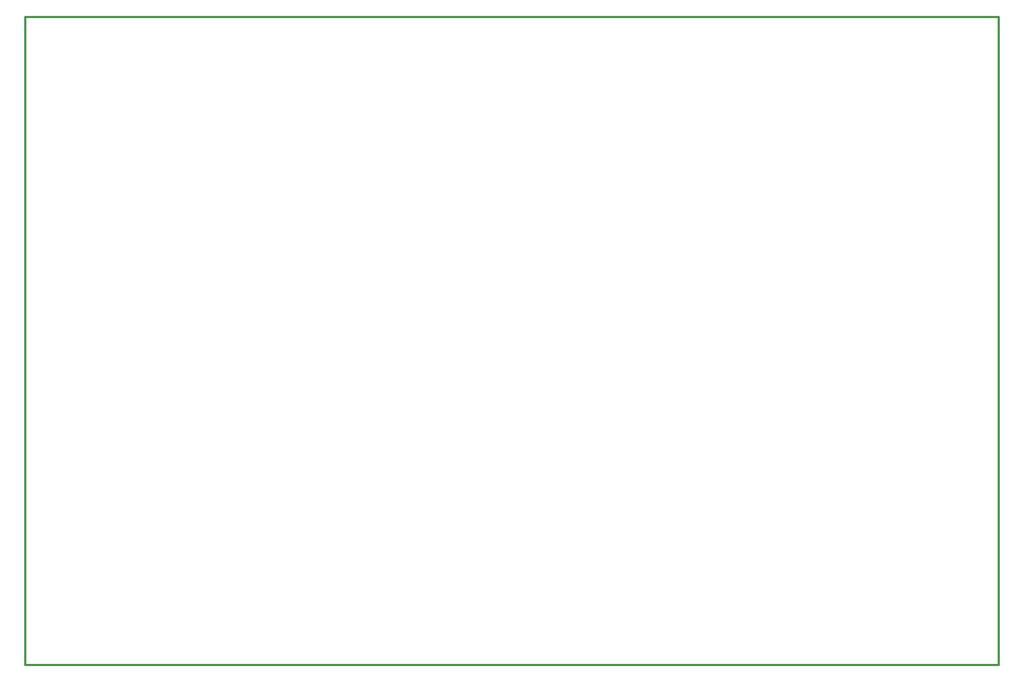
<source format=gbr>
G04 #@! TF.GenerationSoftware,KiCad,Pcbnew,(5.1.5)-3*
G04 #@! TF.CreationDate,2020-06-30T14:23:16-03:00*
G04 #@! TF.ProjectId,ESP32-BOARD,45535033-322d-4424-9f41-52442e6b6963,rev?*
G04 #@! TF.SameCoordinates,Original*
G04 #@! TF.FileFunction,Profile,NP*
%FSLAX46Y46*%
G04 Gerber Fmt 4.6, Leading zero omitted, Abs format (unit mm)*
G04 Created by KiCad (PCBNEW (5.1.5)-3) date 2020-06-30 14:23:16*
%MOMM*%
%LPD*%
G04 APERTURE LIST*
%ADD10C,0.300000*%
G04 APERTURE END LIST*
D10*
X91440000Y-143129000D02*
X241427000Y-143129000D01*
X91440000Y-43180000D02*
X91440000Y-143129000D01*
X241427000Y-43180000D02*
X91440000Y-43180000D01*
X241427000Y-143129000D02*
X241427000Y-43180000D01*
M02*

</source>
